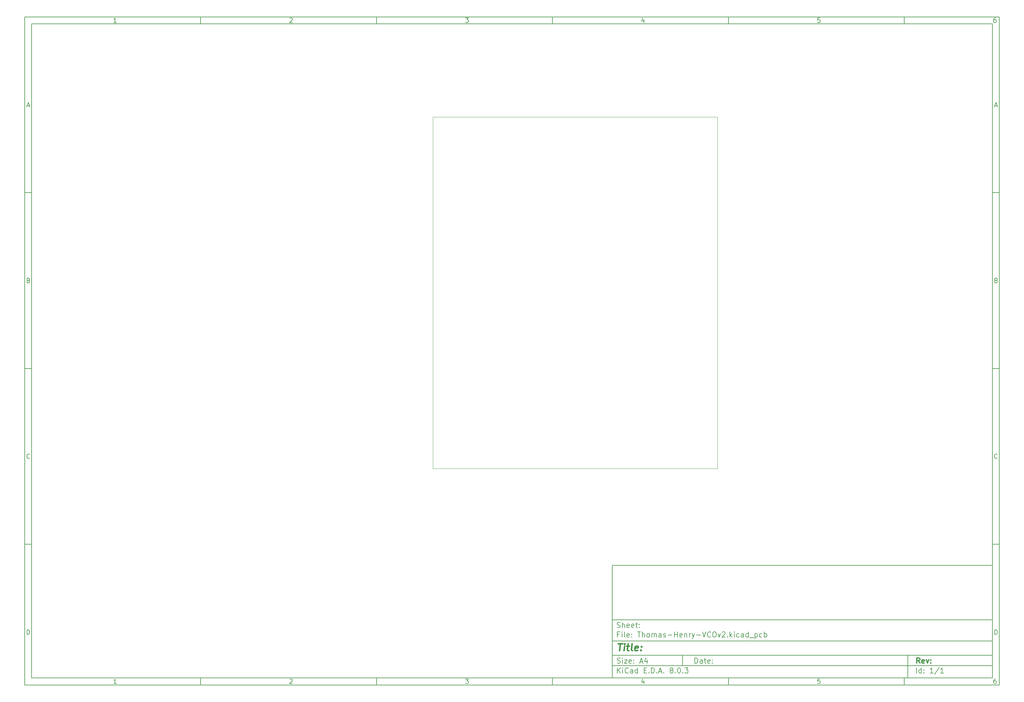
<source format=gbr>
%TF.GenerationSoftware,KiCad,Pcbnew,8.0.3*%
%TF.CreationDate,2024-12-05T20:13:47+00:00*%
%TF.ProjectId,Thomas-Henry-VCOv2,54686f6d-6173-42d4-9865-6e72792d5643,rev?*%
%TF.SameCoordinates,Original*%
%TF.FileFunction,Profile,NP*%
%FSLAX46Y46*%
G04 Gerber Fmt 4.6, Leading zero omitted, Abs format (unit mm)*
G04 Created by KiCad (PCBNEW 8.0.3) date 2024-12-05 20:13:47*
%MOMM*%
%LPD*%
G01*
G04 APERTURE LIST*
%ADD10C,0.100000*%
%ADD11C,0.150000*%
%ADD12C,0.300000*%
%ADD13C,0.400000*%
%TA.AperFunction,Profile*%
%ADD14C,0.100000*%
%TD*%
G04 APERTURE END LIST*
D10*
D11*
X177002200Y-166007200D02*
X285002200Y-166007200D01*
X285002200Y-198007200D01*
X177002200Y-198007200D01*
X177002200Y-166007200D01*
D10*
D11*
X10000000Y-10000000D02*
X287002200Y-10000000D01*
X287002200Y-200007200D01*
X10000000Y-200007200D01*
X10000000Y-10000000D01*
D10*
D11*
X12000000Y-12000000D02*
X285002200Y-12000000D01*
X285002200Y-198007200D01*
X12000000Y-198007200D01*
X12000000Y-12000000D01*
D10*
D11*
X60000000Y-12000000D02*
X60000000Y-10000000D01*
D10*
D11*
X110000000Y-12000000D02*
X110000000Y-10000000D01*
D10*
D11*
X160000000Y-12000000D02*
X160000000Y-10000000D01*
D10*
D11*
X210000000Y-12000000D02*
X210000000Y-10000000D01*
D10*
D11*
X260000000Y-12000000D02*
X260000000Y-10000000D01*
D10*
D11*
X36089160Y-11593604D02*
X35346303Y-11593604D01*
X35717731Y-11593604D02*
X35717731Y-10293604D01*
X35717731Y-10293604D02*
X35593922Y-10479319D01*
X35593922Y-10479319D02*
X35470112Y-10603128D01*
X35470112Y-10603128D02*
X35346303Y-10665033D01*
D10*
D11*
X85346303Y-10417414D02*
X85408207Y-10355509D01*
X85408207Y-10355509D02*
X85532017Y-10293604D01*
X85532017Y-10293604D02*
X85841541Y-10293604D01*
X85841541Y-10293604D02*
X85965350Y-10355509D01*
X85965350Y-10355509D02*
X86027255Y-10417414D01*
X86027255Y-10417414D02*
X86089160Y-10541223D01*
X86089160Y-10541223D02*
X86089160Y-10665033D01*
X86089160Y-10665033D02*
X86027255Y-10850747D01*
X86027255Y-10850747D02*
X85284398Y-11593604D01*
X85284398Y-11593604D02*
X86089160Y-11593604D01*
D10*
D11*
X135284398Y-10293604D02*
X136089160Y-10293604D01*
X136089160Y-10293604D02*
X135655826Y-10788842D01*
X135655826Y-10788842D02*
X135841541Y-10788842D01*
X135841541Y-10788842D02*
X135965350Y-10850747D01*
X135965350Y-10850747D02*
X136027255Y-10912652D01*
X136027255Y-10912652D02*
X136089160Y-11036461D01*
X136089160Y-11036461D02*
X136089160Y-11345985D01*
X136089160Y-11345985D02*
X136027255Y-11469795D01*
X136027255Y-11469795D02*
X135965350Y-11531700D01*
X135965350Y-11531700D02*
X135841541Y-11593604D01*
X135841541Y-11593604D02*
X135470112Y-11593604D01*
X135470112Y-11593604D02*
X135346303Y-11531700D01*
X135346303Y-11531700D02*
X135284398Y-11469795D01*
D10*
D11*
X185965350Y-10726938D02*
X185965350Y-11593604D01*
X185655826Y-10231700D02*
X185346303Y-11160271D01*
X185346303Y-11160271D02*
X186151064Y-11160271D01*
D10*
D11*
X236027255Y-10293604D02*
X235408207Y-10293604D01*
X235408207Y-10293604D02*
X235346303Y-10912652D01*
X235346303Y-10912652D02*
X235408207Y-10850747D01*
X235408207Y-10850747D02*
X235532017Y-10788842D01*
X235532017Y-10788842D02*
X235841541Y-10788842D01*
X235841541Y-10788842D02*
X235965350Y-10850747D01*
X235965350Y-10850747D02*
X236027255Y-10912652D01*
X236027255Y-10912652D02*
X236089160Y-11036461D01*
X236089160Y-11036461D02*
X236089160Y-11345985D01*
X236089160Y-11345985D02*
X236027255Y-11469795D01*
X236027255Y-11469795D02*
X235965350Y-11531700D01*
X235965350Y-11531700D02*
X235841541Y-11593604D01*
X235841541Y-11593604D02*
X235532017Y-11593604D01*
X235532017Y-11593604D02*
X235408207Y-11531700D01*
X235408207Y-11531700D02*
X235346303Y-11469795D01*
D10*
D11*
X285965350Y-10293604D02*
X285717731Y-10293604D01*
X285717731Y-10293604D02*
X285593922Y-10355509D01*
X285593922Y-10355509D02*
X285532017Y-10417414D01*
X285532017Y-10417414D02*
X285408207Y-10603128D01*
X285408207Y-10603128D02*
X285346303Y-10850747D01*
X285346303Y-10850747D02*
X285346303Y-11345985D01*
X285346303Y-11345985D02*
X285408207Y-11469795D01*
X285408207Y-11469795D02*
X285470112Y-11531700D01*
X285470112Y-11531700D02*
X285593922Y-11593604D01*
X285593922Y-11593604D02*
X285841541Y-11593604D01*
X285841541Y-11593604D02*
X285965350Y-11531700D01*
X285965350Y-11531700D02*
X286027255Y-11469795D01*
X286027255Y-11469795D02*
X286089160Y-11345985D01*
X286089160Y-11345985D02*
X286089160Y-11036461D01*
X286089160Y-11036461D02*
X286027255Y-10912652D01*
X286027255Y-10912652D02*
X285965350Y-10850747D01*
X285965350Y-10850747D02*
X285841541Y-10788842D01*
X285841541Y-10788842D02*
X285593922Y-10788842D01*
X285593922Y-10788842D02*
X285470112Y-10850747D01*
X285470112Y-10850747D02*
X285408207Y-10912652D01*
X285408207Y-10912652D02*
X285346303Y-11036461D01*
D10*
D11*
X60000000Y-198007200D02*
X60000000Y-200007200D01*
D10*
D11*
X110000000Y-198007200D02*
X110000000Y-200007200D01*
D10*
D11*
X160000000Y-198007200D02*
X160000000Y-200007200D01*
D10*
D11*
X210000000Y-198007200D02*
X210000000Y-200007200D01*
D10*
D11*
X260000000Y-198007200D02*
X260000000Y-200007200D01*
D10*
D11*
X36089160Y-199600804D02*
X35346303Y-199600804D01*
X35717731Y-199600804D02*
X35717731Y-198300804D01*
X35717731Y-198300804D02*
X35593922Y-198486519D01*
X35593922Y-198486519D02*
X35470112Y-198610328D01*
X35470112Y-198610328D02*
X35346303Y-198672233D01*
D10*
D11*
X85346303Y-198424614D02*
X85408207Y-198362709D01*
X85408207Y-198362709D02*
X85532017Y-198300804D01*
X85532017Y-198300804D02*
X85841541Y-198300804D01*
X85841541Y-198300804D02*
X85965350Y-198362709D01*
X85965350Y-198362709D02*
X86027255Y-198424614D01*
X86027255Y-198424614D02*
X86089160Y-198548423D01*
X86089160Y-198548423D02*
X86089160Y-198672233D01*
X86089160Y-198672233D02*
X86027255Y-198857947D01*
X86027255Y-198857947D02*
X85284398Y-199600804D01*
X85284398Y-199600804D02*
X86089160Y-199600804D01*
D10*
D11*
X135284398Y-198300804D02*
X136089160Y-198300804D01*
X136089160Y-198300804D02*
X135655826Y-198796042D01*
X135655826Y-198796042D02*
X135841541Y-198796042D01*
X135841541Y-198796042D02*
X135965350Y-198857947D01*
X135965350Y-198857947D02*
X136027255Y-198919852D01*
X136027255Y-198919852D02*
X136089160Y-199043661D01*
X136089160Y-199043661D02*
X136089160Y-199353185D01*
X136089160Y-199353185D02*
X136027255Y-199476995D01*
X136027255Y-199476995D02*
X135965350Y-199538900D01*
X135965350Y-199538900D02*
X135841541Y-199600804D01*
X135841541Y-199600804D02*
X135470112Y-199600804D01*
X135470112Y-199600804D02*
X135346303Y-199538900D01*
X135346303Y-199538900D02*
X135284398Y-199476995D01*
D10*
D11*
X185965350Y-198734138D02*
X185965350Y-199600804D01*
X185655826Y-198238900D02*
X185346303Y-199167471D01*
X185346303Y-199167471D02*
X186151064Y-199167471D01*
D10*
D11*
X236027255Y-198300804D02*
X235408207Y-198300804D01*
X235408207Y-198300804D02*
X235346303Y-198919852D01*
X235346303Y-198919852D02*
X235408207Y-198857947D01*
X235408207Y-198857947D02*
X235532017Y-198796042D01*
X235532017Y-198796042D02*
X235841541Y-198796042D01*
X235841541Y-198796042D02*
X235965350Y-198857947D01*
X235965350Y-198857947D02*
X236027255Y-198919852D01*
X236027255Y-198919852D02*
X236089160Y-199043661D01*
X236089160Y-199043661D02*
X236089160Y-199353185D01*
X236089160Y-199353185D02*
X236027255Y-199476995D01*
X236027255Y-199476995D02*
X235965350Y-199538900D01*
X235965350Y-199538900D02*
X235841541Y-199600804D01*
X235841541Y-199600804D02*
X235532017Y-199600804D01*
X235532017Y-199600804D02*
X235408207Y-199538900D01*
X235408207Y-199538900D02*
X235346303Y-199476995D01*
D10*
D11*
X285965350Y-198300804D02*
X285717731Y-198300804D01*
X285717731Y-198300804D02*
X285593922Y-198362709D01*
X285593922Y-198362709D02*
X285532017Y-198424614D01*
X285532017Y-198424614D02*
X285408207Y-198610328D01*
X285408207Y-198610328D02*
X285346303Y-198857947D01*
X285346303Y-198857947D02*
X285346303Y-199353185D01*
X285346303Y-199353185D02*
X285408207Y-199476995D01*
X285408207Y-199476995D02*
X285470112Y-199538900D01*
X285470112Y-199538900D02*
X285593922Y-199600804D01*
X285593922Y-199600804D02*
X285841541Y-199600804D01*
X285841541Y-199600804D02*
X285965350Y-199538900D01*
X285965350Y-199538900D02*
X286027255Y-199476995D01*
X286027255Y-199476995D02*
X286089160Y-199353185D01*
X286089160Y-199353185D02*
X286089160Y-199043661D01*
X286089160Y-199043661D02*
X286027255Y-198919852D01*
X286027255Y-198919852D02*
X285965350Y-198857947D01*
X285965350Y-198857947D02*
X285841541Y-198796042D01*
X285841541Y-198796042D02*
X285593922Y-198796042D01*
X285593922Y-198796042D02*
X285470112Y-198857947D01*
X285470112Y-198857947D02*
X285408207Y-198919852D01*
X285408207Y-198919852D02*
X285346303Y-199043661D01*
D10*
D11*
X10000000Y-60000000D02*
X12000000Y-60000000D01*
D10*
D11*
X10000000Y-110000000D02*
X12000000Y-110000000D01*
D10*
D11*
X10000000Y-160000000D02*
X12000000Y-160000000D01*
D10*
D11*
X10690476Y-35222176D02*
X11309523Y-35222176D01*
X10566666Y-35593604D02*
X10999999Y-34293604D01*
X10999999Y-34293604D02*
X11433333Y-35593604D01*
D10*
D11*
X11092857Y-84912652D02*
X11278571Y-84974557D01*
X11278571Y-84974557D02*
X11340476Y-85036461D01*
X11340476Y-85036461D02*
X11402380Y-85160271D01*
X11402380Y-85160271D02*
X11402380Y-85345985D01*
X11402380Y-85345985D02*
X11340476Y-85469795D01*
X11340476Y-85469795D02*
X11278571Y-85531700D01*
X11278571Y-85531700D02*
X11154761Y-85593604D01*
X11154761Y-85593604D02*
X10659523Y-85593604D01*
X10659523Y-85593604D02*
X10659523Y-84293604D01*
X10659523Y-84293604D02*
X11092857Y-84293604D01*
X11092857Y-84293604D02*
X11216666Y-84355509D01*
X11216666Y-84355509D02*
X11278571Y-84417414D01*
X11278571Y-84417414D02*
X11340476Y-84541223D01*
X11340476Y-84541223D02*
X11340476Y-84665033D01*
X11340476Y-84665033D02*
X11278571Y-84788842D01*
X11278571Y-84788842D02*
X11216666Y-84850747D01*
X11216666Y-84850747D02*
X11092857Y-84912652D01*
X11092857Y-84912652D02*
X10659523Y-84912652D01*
D10*
D11*
X11402380Y-135469795D02*
X11340476Y-135531700D01*
X11340476Y-135531700D02*
X11154761Y-135593604D01*
X11154761Y-135593604D02*
X11030952Y-135593604D01*
X11030952Y-135593604D02*
X10845238Y-135531700D01*
X10845238Y-135531700D02*
X10721428Y-135407890D01*
X10721428Y-135407890D02*
X10659523Y-135284080D01*
X10659523Y-135284080D02*
X10597619Y-135036461D01*
X10597619Y-135036461D02*
X10597619Y-134850747D01*
X10597619Y-134850747D02*
X10659523Y-134603128D01*
X10659523Y-134603128D02*
X10721428Y-134479319D01*
X10721428Y-134479319D02*
X10845238Y-134355509D01*
X10845238Y-134355509D02*
X11030952Y-134293604D01*
X11030952Y-134293604D02*
X11154761Y-134293604D01*
X11154761Y-134293604D02*
X11340476Y-134355509D01*
X11340476Y-134355509D02*
X11402380Y-134417414D01*
D10*
D11*
X10659523Y-185593604D02*
X10659523Y-184293604D01*
X10659523Y-184293604D02*
X10969047Y-184293604D01*
X10969047Y-184293604D02*
X11154761Y-184355509D01*
X11154761Y-184355509D02*
X11278571Y-184479319D01*
X11278571Y-184479319D02*
X11340476Y-184603128D01*
X11340476Y-184603128D02*
X11402380Y-184850747D01*
X11402380Y-184850747D02*
X11402380Y-185036461D01*
X11402380Y-185036461D02*
X11340476Y-185284080D01*
X11340476Y-185284080D02*
X11278571Y-185407890D01*
X11278571Y-185407890D02*
X11154761Y-185531700D01*
X11154761Y-185531700D02*
X10969047Y-185593604D01*
X10969047Y-185593604D02*
X10659523Y-185593604D01*
D10*
D11*
X287002200Y-60000000D02*
X285002200Y-60000000D01*
D10*
D11*
X287002200Y-110000000D02*
X285002200Y-110000000D01*
D10*
D11*
X287002200Y-160000000D02*
X285002200Y-160000000D01*
D10*
D11*
X285692676Y-35222176D02*
X286311723Y-35222176D01*
X285568866Y-35593604D02*
X286002199Y-34293604D01*
X286002199Y-34293604D02*
X286435533Y-35593604D01*
D10*
D11*
X286095057Y-84912652D02*
X286280771Y-84974557D01*
X286280771Y-84974557D02*
X286342676Y-85036461D01*
X286342676Y-85036461D02*
X286404580Y-85160271D01*
X286404580Y-85160271D02*
X286404580Y-85345985D01*
X286404580Y-85345985D02*
X286342676Y-85469795D01*
X286342676Y-85469795D02*
X286280771Y-85531700D01*
X286280771Y-85531700D02*
X286156961Y-85593604D01*
X286156961Y-85593604D02*
X285661723Y-85593604D01*
X285661723Y-85593604D02*
X285661723Y-84293604D01*
X285661723Y-84293604D02*
X286095057Y-84293604D01*
X286095057Y-84293604D02*
X286218866Y-84355509D01*
X286218866Y-84355509D02*
X286280771Y-84417414D01*
X286280771Y-84417414D02*
X286342676Y-84541223D01*
X286342676Y-84541223D02*
X286342676Y-84665033D01*
X286342676Y-84665033D02*
X286280771Y-84788842D01*
X286280771Y-84788842D02*
X286218866Y-84850747D01*
X286218866Y-84850747D02*
X286095057Y-84912652D01*
X286095057Y-84912652D02*
X285661723Y-84912652D01*
D10*
D11*
X286404580Y-135469795D02*
X286342676Y-135531700D01*
X286342676Y-135531700D02*
X286156961Y-135593604D01*
X286156961Y-135593604D02*
X286033152Y-135593604D01*
X286033152Y-135593604D02*
X285847438Y-135531700D01*
X285847438Y-135531700D02*
X285723628Y-135407890D01*
X285723628Y-135407890D02*
X285661723Y-135284080D01*
X285661723Y-135284080D02*
X285599819Y-135036461D01*
X285599819Y-135036461D02*
X285599819Y-134850747D01*
X285599819Y-134850747D02*
X285661723Y-134603128D01*
X285661723Y-134603128D02*
X285723628Y-134479319D01*
X285723628Y-134479319D02*
X285847438Y-134355509D01*
X285847438Y-134355509D02*
X286033152Y-134293604D01*
X286033152Y-134293604D02*
X286156961Y-134293604D01*
X286156961Y-134293604D02*
X286342676Y-134355509D01*
X286342676Y-134355509D02*
X286404580Y-134417414D01*
D10*
D11*
X285661723Y-185593604D02*
X285661723Y-184293604D01*
X285661723Y-184293604D02*
X285971247Y-184293604D01*
X285971247Y-184293604D02*
X286156961Y-184355509D01*
X286156961Y-184355509D02*
X286280771Y-184479319D01*
X286280771Y-184479319D02*
X286342676Y-184603128D01*
X286342676Y-184603128D02*
X286404580Y-184850747D01*
X286404580Y-184850747D02*
X286404580Y-185036461D01*
X286404580Y-185036461D02*
X286342676Y-185284080D01*
X286342676Y-185284080D02*
X286280771Y-185407890D01*
X286280771Y-185407890D02*
X286156961Y-185531700D01*
X286156961Y-185531700D02*
X285971247Y-185593604D01*
X285971247Y-185593604D02*
X285661723Y-185593604D01*
D10*
D11*
X200458026Y-193793328D02*
X200458026Y-192293328D01*
X200458026Y-192293328D02*
X200815169Y-192293328D01*
X200815169Y-192293328D02*
X201029455Y-192364757D01*
X201029455Y-192364757D02*
X201172312Y-192507614D01*
X201172312Y-192507614D02*
X201243741Y-192650471D01*
X201243741Y-192650471D02*
X201315169Y-192936185D01*
X201315169Y-192936185D02*
X201315169Y-193150471D01*
X201315169Y-193150471D02*
X201243741Y-193436185D01*
X201243741Y-193436185D02*
X201172312Y-193579042D01*
X201172312Y-193579042D02*
X201029455Y-193721900D01*
X201029455Y-193721900D02*
X200815169Y-193793328D01*
X200815169Y-193793328D02*
X200458026Y-193793328D01*
X202600884Y-193793328D02*
X202600884Y-193007614D01*
X202600884Y-193007614D02*
X202529455Y-192864757D01*
X202529455Y-192864757D02*
X202386598Y-192793328D01*
X202386598Y-192793328D02*
X202100884Y-192793328D01*
X202100884Y-192793328D02*
X201958026Y-192864757D01*
X202600884Y-193721900D02*
X202458026Y-193793328D01*
X202458026Y-193793328D02*
X202100884Y-193793328D01*
X202100884Y-193793328D02*
X201958026Y-193721900D01*
X201958026Y-193721900D02*
X201886598Y-193579042D01*
X201886598Y-193579042D02*
X201886598Y-193436185D01*
X201886598Y-193436185D02*
X201958026Y-193293328D01*
X201958026Y-193293328D02*
X202100884Y-193221900D01*
X202100884Y-193221900D02*
X202458026Y-193221900D01*
X202458026Y-193221900D02*
X202600884Y-193150471D01*
X203100884Y-192793328D02*
X203672312Y-192793328D01*
X203315169Y-192293328D02*
X203315169Y-193579042D01*
X203315169Y-193579042D02*
X203386598Y-193721900D01*
X203386598Y-193721900D02*
X203529455Y-193793328D01*
X203529455Y-193793328D02*
X203672312Y-193793328D01*
X204743741Y-193721900D02*
X204600884Y-193793328D01*
X204600884Y-193793328D02*
X204315170Y-193793328D01*
X204315170Y-193793328D02*
X204172312Y-193721900D01*
X204172312Y-193721900D02*
X204100884Y-193579042D01*
X204100884Y-193579042D02*
X204100884Y-193007614D01*
X204100884Y-193007614D02*
X204172312Y-192864757D01*
X204172312Y-192864757D02*
X204315170Y-192793328D01*
X204315170Y-192793328D02*
X204600884Y-192793328D01*
X204600884Y-192793328D02*
X204743741Y-192864757D01*
X204743741Y-192864757D02*
X204815170Y-193007614D01*
X204815170Y-193007614D02*
X204815170Y-193150471D01*
X204815170Y-193150471D02*
X204100884Y-193293328D01*
X205458026Y-193650471D02*
X205529455Y-193721900D01*
X205529455Y-193721900D02*
X205458026Y-193793328D01*
X205458026Y-193793328D02*
X205386598Y-193721900D01*
X205386598Y-193721900D02*
X205458026Y-193650471D01*
X205458026Y-193650471D02*
X205458026Y-193793328D01*
X205458026Y-192864757D02*
X205529455Y-192936185D01*
X205529455Y-192936185D02*
X205458026Y-193007614D01*
X205458026Y-193007614D02*
X205386598Y-192936185D01*
X205386598Y-192936185D02*
X205458026Y-192864757D01*
X205458026Y-192864757D02*
X205458026Y-193007614D01*
D10*
D11*
X177002200Y-194507200D02*
X285002200Y-194507200D01*
D10*
D11*
X178458026Y-196593328D02*
X178458026Y-195093328D01*
X179315169Y-196593328D02*
X178672312Y-195736185D01*
X179315169Y-195093328D02*
X178458026Y-195950471D01*
X179958026Y-196593328D02*
X179958026Y-195593328D01*
X179958026Y-195093328D02*
X179886598Y-195164757D01*
X179886598Y-195164757D02*
X179958026Y-195236185D01*
X179958026Y-195236185D02*
X180029455Y-195164757D01*
X180029455Y-195164757D02*
X179958026Y-195093328D01*
X179958026Y-195093328D02*
X179958026Y-195236185D01*
X181529455Y-196450471D02*
X181458027Y-196521900D01*
X181458027Y-196521900D02*
X181243741Y-196593328D01*
X181243741Y-196593328D02*
X181100884Y-196593328D01*
X181100884Y-196593328D02*
X180886598Y-196521900D01*
X180886598Y-196521900D02*
X180743741Y-196379042D01*
X180743741Y-196379042D02*
X180672312Y-196236185D01*
X180672312Y-196236185D02*
X180600884Y-195950471D01*
X180600884Y-195950471D02*
X180600884Y-195736185D01*
X180600884Y-195736185D02*
X180672312Y-195450471D01*
X180672312Y-195450471D02*
X180743741Y-195307614D01*
X180743741Y-195307614D02*
X180886598Y-195164757D01*
X180886598Y-195164757D02*
X181100884Y-195093328D01*
X181100884Y-195093328D02*
X181243741Y-195093328D01*
X181243741Y-195093328D02*
X181458027Y-195164757D01*
X181458027Y-195164757D02*
X181529455Y-195236185D01*
X182815170Y-196593328D02*
X182815170Y-195807614D01*
X182815170Y-195807614D02*
X182743741Y-195664757D01*
X182743741Y-195664757D02*
X182600884Y-195593328D01*
X182600884Y-195593328D02*
X182315170Y-195593328D01*
X182315170Y-195593328D02*
X182172312Y-195664757D01*
X182815170Y-196521900D02*
X182672312Y-196593328D01*
X182672312Y-196593328D02*
X182315170Y-196593328D01*
X182315170Y-196593328D02*
X182172312Y-196521900D01*
X182172312Y-196521900D02*
X182100884Y-196379042D01*
X182100884Y-196379042D02*
X182100884Y-196236185D01*
X182100884Y-196236185D02*
X182172312Y-196093328D01*
X182172312Y-196093328D02*
X182315170Y-196021900D01*
X182315170Y-196021900D02*
X182672312Y-196021900D01*
X182672312Y-196021900D02*
X182815170Y-195950471D01*
X184172313Y-196593328D02*
X184172313Y-195093328D01*
X184172313Y-196521900D02*
X184029455Y-196593328D01*
X184029455Y-196593328D02*
X183743741Y-196593328D01*
X183743741Y-196593328D02*
X183600884Y-196521900D01*
X183600884Y-196521900D02*
X183529455Y-196450471D01*
X183529455Y-196450471D02*
X183458027Y-196307614D01*
X183458027Y-196307614D02*
X183458027Y-195879042D01*
X183458027Y-195879042D02*
X183529455Y-195736185D01*
X183529455Y-195736185D02*
X183600884Y-195664757D01*
X183600884Y-195664757D02*
X183743741Y-195593328D01*
X183743741Y-195593328D02*
X184029455Y-195593328D01*
X184029455Y-195593328D02*
X184172313Y-195664757D01*
X186029455Y-195807614D02*
X186529455Y-195807614D01*
X186743741Y-196593328D02*
X186029455Y-196593328D01*
X186029455Y-196593328D02*
X186029455Y-195093328D01*
X186029455Y-195093328D02*
X186743741Y-195093328D01*
X187386598Y-196450471D02*
X187458027Y-196521900D01*
X187458027Y-196521900D02*
X187386598Y-196593328D01*
X187386598Y-196593328D02*
X187315170Y-196521900D01*
X187315170Y-196521900D02*
X187386598Y-196450471D01*
X187386598Y-196450471D02*
X187386598Y-196593328D01*
X188100884Y-196593328D02*
X188100884Y-195093328D01*
X188100884Y-195093328D02*
X188458027Y-195093328D01*
X188458027Y-195093328D02*
X188672313Y-195164757D01*
X188672313Y-195164757D02*
X188815170Y-195307614D01*
X188815170Y-195307614D02*
X188886599Y-195450471D01*
X188886599Y-195450471D02*
X188958027Y-195736185D01*
X188958027Y-195736185D02*
X188958027Y-195950471D01*
X188958027Y-195950471D02*
X188886599Y-196236185D01*
X188886599Y-196236185D02*
X188815170Y-196379042D01*
X188815170Y-196379042D02*
X188672313Y-196521900D01*
X188672313Y-196521900D02*
X188458027Y-196593328D01*
X188458027Y-196593328D02*
X188100884Y-196593328D01*
X189600884Y-196450471D02*
X189672313Y-196521900D01*
X189672313Y-196521900D02*
X189600884Y-196593328D01*
X189600884Y-196593328D02*
X189529456Y-196521900D01*
X189529456Y-196521900D02*
X189600884Y-196450471D01*
X189600884Y-196450471D02*
X189600884Y-196593328D01*
X190243742Y-196164757D02*
X190958028Y-196164757D01*
X190100885Y-196593328D02*
X190600885Y-195093328D01*
X190600885Y-195093328D02*
X191100885Y-196593328D01*
X191600884Y-196450471D02*
X191672313Y-196521900D01*
X191672313Y-196521900D02*
X191600884Y-196593328D01*
X191600884Y-196593328D02*
X191529456Y-196521900D01*
X191529456Y-196521900D02*
X191600884Y-196450471D01*
X191600884Y-196450471D02*
X191600884Y-196593328D01*
X193672313Y-195736185D02*
X193529456Y-195664757D01*
X193529456Y-195664757D02*
X193458027Y-195593328D01*
X193458027Y-195593328D02*
X193386599Y-195450471D01*
X193386599Y-195450471D02*
X193386599Y-195379042D01*
X193386599Y-195379042D02*
X193458027Y-195236185D01*
X193458027Y-195236185D02*
X193529456Y-195164757D01*
X193529456Y-195164757D02*
X193672313Y-195093328D01*
X193672313Y-195093328D02*
X193958027Y-195093328D01*
X193958027Y-195093328D02*
X194100885Y-195164757D01*
X194100885Y-195164757D02*
X194172313Y-195236185D01*
X194172313Y-195236185D02*
X194243742Y-195379042D01*
X194243742Y-195379042D02*
X194243742Y-195450471D01*
X194243742Y-195450471D02*
X194172313Y-195593328D01*
X194172313Y-195593328D02*
X194100885Y-195664757D01*
X194100885Y-195664757D02*
X193958027Y-195736185D01*
X193958027Y-195736185D02*
X193672313Y-195736185D01*
X193672313Y-195736185D02*
X193529456Y-195807614D01*
X193529456Y-195807614D02*
X193458027Y-195879042D01*
X193458027Y-195879042D02*
X193386599Y-196021900D01*
X193386599Y-196021900D02*
X193386599Y-196307614D01*
X193386599Y-196307614D02*
X193458027Y-196450471D01*
X193458027Y-196450471D02*
X193529456Y-196521900D01*
X193529456Y-196521900D02*
X193672313Y-196593328D01*
X193672313Y-196593328D02*
X193958027Y-196593328D01*
X193958027Y-196593328D02*
X194100885Y-196521900D01*
X194100885Y-196521900D02*
X194172313Y-196450471D01*
X194172313Y-196450471D02*
X194243742Y-196307614D01*
X194243742Y-196307614D02*
X194243742Y-196021900D01*
X194243742Y-196021900D02*
X194172313Y-195879042D01*
X194172313Y-195879042D02*
X194100885Y-195807614D01*
X194100885Y-195807614D02*
X193958027Y-195736185D01*
X194886598Y-196450471D02*
X194958027Y-196521900D01*
X194958027Y-196521900D02*
X194886598Y-196593328D01*
X194886598Y-196593328D02*
X194815170Y-196521900D01*
X194815170Y-196521900D02*
X194886598Y-196450471D01*
X194886598Y-196450471D02*
X194886598Y-196593328D01*
X195886599Y-195093328D02*
X196029456Y-195093328D01*
X196029456Y-195093328D02*
X196172313Y-195164757D01*
X196172313Y-195164757D02*
X196243742Y-195236185D01*
X196243742Y-195236185D02*
X196315170Y-195379042D01*
X196315170Y-195379042D02*
X196386599Y-195664757D01*
X196386599Y-195664757D02*
X196386599Y-196021900D01*
X196386599Y-196021900D02*
X196315170Y-196307614D01*
X196315170Y-196307614D02*
X196243742Y-196450471D01*
X196243742Y-196450471D02*
X196172313Y-196521900D01*
X196172313Y-196521900D02*
X196029456Y-196593328D01*
X196029456Y-196593328D02*
X195886599Y-196593328D01*
X195886599Y-196593328D02*
X195743742Y-196521900D01*
X195743742Y-196521900D02*
X195672313Y-196450471D01*
X195672313Y-196450471D02*
X195600884Y-196307614D01*
X195600884Y-196307614D02*
X195529456Y-196021900D01*
X195529456Y-196021900D02*
X195529456Y-195664757D01*
X195529456Y-195664757D02*
X195600884Y-195379042D01*
X195600884Y-195379042D02*
X195672313Y-195236185D01*
X195672313Y-195236185D02*
X195743742Y-195164757D01*
X195743742Y-195164757D02*
X195886599Y-195093328D01*
X197029455Y-196450471D02*
X197100884Y-196521900D01*
X197100884Y-196521900D02*
X197029455Y-196593328D01*
X197029455Y-196593328D02*
X196958027Y-196521900D01*
X196958027Y-196521900D02*
X197029455Y-196450471D01*
X197029455Y-196450471D02*
X197029455Y-196593328D01*
X197600884Y-195093328D02*
X198529456Y-195093328D01*
X198529456Y-195093328D02*
X198029456Y-195664757D01*
X198029456Y-195664757D02*
X198243741Y-195664757D01*
X198243741Y-195664757D02*
X198386599Y-195736185D01*
X198386599Y-195736185D02*
X198458027Y-195807614D01*
X198458027Y-195807614D02*
X198529456Y-195950471D01*
X198529456Y-195950471D02*
X198529456Y-196307614D01*
X198529456Y-196307614D02*
X198458027Y-196450471D01*
X198458027Y-196450471D02*
X198386599Y-196521900D01*
X198386599Y-196521900D02*
X198243741Y-196593328D01*
X198243741Y-196593328D02*
X197815170Y-196593328D01*
X197815170Y-196593328D02*
X197672313Y-196521900D01*
X197672313Y-196521900D02*
X197600884Y-196450471D01*
D10*
D11*
X177002200Y-191507200D02*
X285002200Y-191507200D01*
D10*
D12*
X264413853Y-193785528D02*
X263913853Y-193071242D01*
X263556710Y-193785528D02*
X263556710Y-192285528D01*
X263556710Y-192285528D02*
X264128139Y-192285528D01*
X264128139Y-192285528D02*
X264270996Y-192356957D01*
X264270996Y-192356957D02*
X264342425Y-192428385D01*
X264342425Y-192428385D02*
X264413853Y-192571242D01*
X264413853Y-192571242D02*
X264413853Y-192785528D01*
X264413853Y-192785528D02*
X264342425Y-192928385D01*
X264342425Y-192928385D02*
X264270996Y-192999814D01*
X264270996Y-192999814D02*
X264128139Y-193071242D01*
X264128139Y-193071242D02*
X263556710Y-193071242D01*
X265628139Y-193714100D02*
X265485282Y-193785528D01*
X265485282Y-193785528D02*
X265199568Y-193785528D01*
X265199568Y-193785528D02*
X265056710Y-193714100D01*
X265056710Y-193714100D02*
X264985282Y-193571242D01*
X264985282Y-193571242D02*
X264985282Y-192999814D01*
X264985282Y-192999814D02*
X265056710Y-192856957D01*
X265056710Y-192856957D02*
X265199568Y-192785528D01*
X265199568Y-192785528D02*
X265485282Y-192785528D01*
X265485282Y-192785528D02*
X265628139Y-192856957D01*
X265628139Y-192856957D02*
X265699568Y-192999814D01*
X265699568Y-192999814D02*
X265699568Y-193142671D01*
X265699568Y-193142671D02*
X264985282Y-193285528D01*
X266199567Y-192785528D02*
X266556710Y-193785528D01*
X266556710Y-193785528D02*
X266913853Y-192785528D01*
X267485281Y-193642671D02*
X267556710Y-193714100D01*
X267556710Y-193714100D02*
X267485281Y-193785528D01*
X267485281Y-193785528D02*
X267413853Y-193714100D01*
X267413853Y-193714100D02*
X267485281Y-193642671D01*
X267485281Y-193642671D02*
X267485281Y-193785528D01*
X267485281Y-192856957D02*
X267556710Y-192928385D01*
X267556710Y-192928385D02*
X267485281Y-192999814D01*
X267485281Y-192999814D02*
X267413853Y-192928385D01*
X267413853Y-192928385D02*
X267485281Y-192856957D01*
X267485281Y-192856957D02*
X267485281Y-192999814D01*
D10*
D11*
X178386598Y-193721900D02*
X178600884Y-193793328D01*
X178600884Y-193793328D02*
X178958026Y-193793328D01*
X178958026Y-193793328D02*
X179100884Y-193721900D01*
X179100884Y-193721900D02*
X179172312Y-193650471D01*
X179172312Y-193650471D02*
X179243741Y-193507614D01*
X179243741Y-193507614D02*
X179243741Y-193364757D01*
X179243741Y-193364757D02*
X179172312Y-193221900D01*
X179172312Y-193221900D02*
X179100884Y-193150471D01*
X179100884Y-193150471D02*
X178958026Y-193079042D01*
X178958026Y-193079042D02*
X178672312Y-193007614D01*
X178672312Y-193007614D02*
X178529455Y-192936185D01*
X178529455Y-192936185D02*
X178458026Y-192864757D01*
X178458026Y-192864757D02*
X178386598Y-192721900D01*
X178386598Y-192721900D02*
X178386598Y-192579042D01*
X178386598Y-192579042D02*
X178458026Y-192436185D01*
X178458026Y-192436185D02*
X178529455Y-192364757D01*
X178529455Y-192364757D02*
X178672312Y-192293328D01*
X178672312Y-192293328D02*
X179029455Y-192293328D01*
X179029455Y-192293328D02*
X179243741Y-192364757D01*
X179886597Y-193793328D02*
X179886597Y-192793328D01*
X179886597Y-192293328D02*
X179815169Y-192364757D01*
X179815169Y-192364757D02*
X179886597Y-192436185D01*
X179886597Y-192436185D02*
X179958026Y-192364757D01*
X179958026Y-192364757D02*
X179886597Y-192293328D01*
X179886597Y-192293328D02*
X179886597Y-192436185D01*
X180458026Y-192793328D02*
X181243741Y-192793328D01*
X181243741Y-192793328D02*
X180458026Y-193793328D01*
X180458026Y-193793328D02*
X181243741Y-193793328D01*
X182386598Y-193721900D02*
X182243741Y-193793328D01*
X182243741Y-193793328D02*
X181958027Y-193793328D01*
X181958027Y-193793328D02*
X181815169Y-193721900D01*
X181815169Y-193721900D02*
X181743741Y-193579042D01*
X181743741Y-193579042D02*
X181743741Y-193007614D01*
X181743741Y-193007614D02*
X181815169Y-192864757D01*
X181815169Y-192864757D02*
X181958027Y-192793328D01*
X181958027Y-192793328D02*
X182243741Y-192793328D01*
X182243741Y-192793328D02*
X182386598Y-192864757D01*
X182386598Y-192864757D02*
X182458027Y-193007614D01*
X182458027Y-193007614D02*
X182458027Y-193150471D01*
X182458027Y-193150471D02*
X181743741Y-193293328D01*
X183100883Y-193650471D02*
X183172312Y-193721900D01*
X183172312Y-193721900D02*
X183100883Y-193793328D01*
X183100883Y-193793328D02*
X183029455Y-193721900D01*
X183029455Y-193721900D02*
X183100883Y-193650471D01*
X183100883Y-193650471D02*
X183100883Y-193793328D01*
X183100883Y-192864757D02*
X183172312Y-192936185D01*
X183172312Y-192936185D02*
X183100883Y-193007614D01*
X183100883Y-193007614D02*
X183029455Y-192936185D01*
X183029455Y-192936185D02*
X183100883Y-192864757D01*
X183100883Y-192864757D02*
X183100883Y-193007614D01*
X184886598Y-193364757D02*
X185600884Y-193364757D01*
X184743741Y-193793328D02*
X185243741Y-192293328D01*
X185243741Y-192293328D02*
X185743741Y-193793328D01*
X186886598Y-192793328D02*
X186886598Y-193793328D01*
X186529455Y-192221900D02*
X186172312Y-193293328D01*
X186172312Y-193293328D02*
X187100883Y-193293328D01*
D10*
D11*
X263458026Y-196593328D02*
X263458026Y-195093328D01*
X264815170Y-196593328D02*
X264815170Y-195093328D01*
X264815170Y-196521900D02*
X264672312Y-196593328D01*
X264672312Y-196593328D02*
X264386598Y-196593328D01*
X264386598Y-196593328D02*
X264243741Y-196521900D01*
X264243741Y-196521900D02*
X264172312Y-196450471D01*
X264172312Y-196450471D02*
X264100884Y-196307614D01*
X264100884Y-196307614D02*
X264100884Y-195879042D01*
X264100884Y-195879042D02*
X264172312Y-195736185D01*
X264172312Y-195736185D02*
X264243741Y-195664757D01*
X264243741Y-195664757D02*
X264386598Y-195593328D01*
X264386598Y-195593328D02*
X264672312Y-195593328D01*
X264672312Y-195593328D02*
X264815170Y-195664757D01*
X265529455Y-196450471D02*
X265600884Y-196521900D01*
X265600884Y-196521900D02*
X265529455Y-196593328D01*
X265529455Y-196593328D02*
X265458027Y-196521900D01*
X265458027Y-196521900D02*
X265529455Y-196450471D01*
X265529455Y-196450471D02*
X265529455Y-196593328D01*
X265529455Y-195664757D02*
X265600884Y-195736185D01*
X265600884Y-195736185D02*
X265529455Y-195807614D01*
X265529455Y-195807614D02*
X265458027Y-195736185D01*
X265458027Y-195736185D02*
X265529455Y-195664757D01*
X265529455Y-195664757D02*
X265529455Y-195807614D01*
X268172313Y-196593328D02*
X267315170Y-196593328D01*
X267743741Y-196593328D02*
X267743741Y-195093328D01*
X267743741Y-195093328D02*
X267600884Y-195307614D01*
X267600884Y-195307614D02*
X267458027Y-195450471D01*
X267458027Y-195450471D02*
X267315170Y-195521900D01*
X269886598Y-195021900D02*
X268600884Y-196950471D01*
X271172313Y-196593328D02*
X270315170Y-196593328D01*
X270743741Y-196593328D02*
X270743741Y-195093328D01*
X270743741Y-195093328D02*
X270600884Y-195307614D01*
X270600884Y-195307614D02*
X270458027Y-195450471D01*
X270458027Y-195450471D02*
X270315170Y-195521900D01*
D10*
D11*
X177002200Y-187507200D02*
X285002200Y-187507200D01*
D10*
D13*
X178693928Y-188211638D02*
X179836785Y-188211638D01*
X179015357Y-190211638D02*
X179265357Y-188211638D01*
X180253452Y-190211638D02*
X180420119Y-188878304D01*
X180503452Y-188211638D02*
X180396309Y-188306876D01*
X180396309Y-188306876D02*
X180479643Y-188402114D01*
X180479643Y-188402114D02*
X180586786Y-188306876D01*
X180586786Y-188306876D02*
X180503452Y-188211638D01*
X180503452Y-188211638D02*
X180479643Y-188402114D01*
X181086786Y-188878304D02*
X181848690Y-188878304D01*
X181455833Y-188211638D02*
X181241548Y-189925923D01*
X181241548Y-189925923D02*
X181312976Y-190116400D01*
X181312976Y-190116400D02*
X181491548Y-190211638D01*
X181491548Y-190211638D02*
X181682024Y-190211638D01*
X182634405Y-190211638D02*
X182455833Y-190116400D01*
X182455833Y-190116400D02*
X182384405Y-189925923D01*
X182384405Y-189925923D02*
X182598690Y-188211638D01*
X184170119Y-190116400D02*
X183967738Y-190211638D01*
X183967738Y-190211638D02*
X183586785Y-190211638D01*
X183586785Y-190211638D02*
X183408214Y-190116400D01*
X183408214Y-190116400D02*
X183336785Y-189925923D01*
X183336785Y-189925923D02*
X183432024Y-189164019D01*
X183432024Y-189164019D02*
X183551071Y-188973542D01*
X183551071Y-188973542D02*
X183753452Y-188878304D01*
X183753452Y-188878304D02*
X184134404Y-188878304D01*
X184134404Y-188878304D02*
X184312976Y-188973542D01*
X184312976Y-188973542D02*
X184384404Y-189164019D01*
X184384404Y-189164019D02*
X184360595Y-189354495D01*
X184360595Y-189354495D02*
X183384404Y-189544971D01*
X185134405Y-190021161D02*
X185217738Y-190116400D01*
X185217738Y-190116400D02*
X185110595Y-190211638D01*
X185110595Y-190211638D02*
X185027262Y-190116400D01*
X185027262Y-190116400D02*
X185134405Y-190021161D01*
X185134405Y-190021161D02*
X185110595Y-190211638D01*
X185265357Y-188973542D02*
X185348690Y-189068780D01*
X185348690Y-189068780D02*
X185241548Y-189164019D01*
X185241548Y-189164019D02*
X185158214Y-189068780D01*
X185158214Y-189068780D02*
X185265357Y-188973542D01*
X185265357Y-188973542D02*
X185241548Y-189164019D01*
D10*
D11*
X178958026Y-185607614D02*
X178458026Y-185607614D01*
X178458026Y-186393328D02*
X178458026Y-184893328D01*
X178458026Y-184893328D02*
X179172312Y-184893328D01*
X179743740Y-186393328D02*
X179743740Y-185393328D01*
X179743740Y-184893328D02*
X179672312Y-184964757D01*
X179672312Y-184964757D02*
X179743740Y-185036185D01*
X179743740Y-185036185D02*
X179815169Y-184964757D01*
X179815169Y-184964757D02*
X179743740Y-184893328D01*
X179743740Y-184893328D02*
X179743740Y-185036185D01*
X180672312Y-186393328D02*
X180529455Y-186321900D01*
X180529455Y-186321900D02*
X180458026Y-186179042D01*
X180458026Y-186179042D02*
X180458026Y-184893328D01*
X181815169Y-186321900D02*
X181672312Y-186393328D01*
X181672312Y-186393328D02*
X181386598Y-186393328D01*
X181386598Y-186393328D02*
X181243740Y-186321900D01*
X181243740Y-186321900D02*
X181172312Y-186179042D01*
X181172312Y-186179042D02*
X181172312Y-185607614D01*
X181172312Y-185607614D02*
X181243740Y-185464757D01*
X181243740Y-185464757D02*
X181386598Y-185393328D01*
X181386598Y-185393328D02*
X181672312Y-185393328D01*
X181672312Y-185393328D02*
X181815169Y-185464757D01*
X181815169Y-185464757D02*
X181886598Y-185607614D01*
X181886598Y-185607614D02*
X181886598Y-185750471D01*
X181886598Y-185750471D02*
X181172312Y-185893328D01*
X182529454Y-186250471D02*
X182600883Y-186321900D01*
X182600883Y-186321900D02*
X182529454Y-186393328D01*
X182529454Y-186393328D02*
X182458026Y-186321900D01*
X182458026Y-186321900D02*
X182529454Y-186250471D01*
X182529454Y-186250471D02*
X182529454Y-186393328D01*
X182529454Y-185464757D02*
X182600883Y-185536185D01*
X182600883Y-185536185D02*
X182529454Y-185607614D01*
X182529454Y-185607614D02*
X182458026Y-185536185D01*
X182458026Y-185536185D02*
X182529454Y-185464757D01*
X182529454Y-185464757D02*
X182529454Y-185607614D01*
X184172312Y-184893328D02*
X185029455Y-184893328D01*
X184600883Y-186393328D02*
X184600883Y-184893328D01*
X185529454Y-186393328D02*
X185529454Y-184893328D01*
X186172312Y-186393328D02*
X186172312Y-185607614D01*
X186172312Y-185607614D02*
X186100883Y-185464757D01*
X186100883Y-185464757D02*
X185958026Y-185393328D01*
X185958026Y-185393328D02*
X185743740Y-185393328D01*
X185743740Y-185393328D02*
X185600883Y-185464757D01*
X185600883Y-185464757D02*
X185529454Y-185536185D01*
X187100883Y-186393328D02*
X186958026Y-186321900D01*
X186958026Y-186321900D02*
X186886597Y-186250471D01*
X186886597Y-186250471D02*
X186815169Y-186107614D01*
X186815169Y-186107614D02*
X186815169Y-185679042D01*
X186815169Y-185679042D02*
X186886597Y-185536185D01*
X186886597Y-185536185D02*
X186958026Y-185464757D01*
X186958026Y-185464757D02*
X187100883Y-185393328D01*
X187100883Y-185393328D02*
X187315169Y-185393328D01*
X187315169Y-185393328D02*
X187458026Y-185464757D01*
X187458026Y-185464757D02*
X187529455Y-185536185D01*
X187529455Y-185536185D02*
X187600883Y-185679042D01*
X187600883Y-185679042D02*
X187600883Y-186107614D01*
X187600883Y-186107614D02*
X187529455Y-186250471D01*
X187529455Y-186250471D02*
X187458026Y-186321900D01*
X187458026Y-186321900D02*
X187315169Y-186393328D01*
X187315169Y-186393328D02*
X187100883Y-186393328D01*
X188243740Y-186393328D02*
X188243740Y-185393328D01*
X188243740Y-185536185D02*
X188315169Y-185464757D01*
X188315169Y-185464757D02*
X188458026Y-185393328D01*
X188458026Y-185393328D02*
X188672312Y-185393328D01*
X188672312Y-185393328D02*
X188815169Y-185464757D01*
X188815169Y-185464757D02*
X188886598Y-185607614D01*
X188886598Y-185607614D02*
X188886598Y-186393328D01*
X188886598Y-185607614D02*
X188958026Y-185464757D01*
X188958026Y-185464757D02*
X189100883Y-185393328D01*
X189100883Y-185393328D02*
X189315169Y-185393328D01*
X189315169Y-185393328D02*
X189458026Y-185464757D01*
X189458026Y-185464757D02*
X189529455Y-185607614D01*
X189529455Y-185607614D02*
X189529455Y-186393328D01*
X190886598Y-186393328D02*
X190886598Y-185607614D01*
X190886598Y-185607614D02*
X190815169Y-185464757D01*
X190815169Y-185464757D02*
X190672312Y-185393328D01*
X190672312Y-185393328D02*
X190386598Y-185393328D01*
X190386598Y-185393328D02*
X190243740Y-185464757D01*
X190886598Y-186321900D02*
X190743740Y-186393328D01*
X190743740Y-186393328D02*
X190386598Y-186393328D01*
X190386598Y-186393328D02*
X190243740Y-186321900D01*
X190243740Y-186321900D02*
X190172312Y-186179042D01*
X190172312Y-186179042D02*
X190172312Y-186036185D01*
X190172312Y-186036185D02*
X190243740Y-185893328D01*
X190243740Y-185893328D02*
X190386598Y-185821900D01*
X190386598Y-185821900D02*
X190743740Y-185821900D01*
X190743740Y-185821900D02*
X190886598Y-185750471D01*
X191529455Y-186321900D02*
X191672312Y-186393328D01*
X191672312Y-186393328D02*
X191958026Y-186393328D01*
X191958026Y-186393328D02*
X192100883Y-186321900D01*
X192100883Y-186321900D02*
X192172312Y-186179042D01*
X192172312Y-186179042D02*
X192172312Y-186107614D01*
X192172312Y-186107614D02*
X192100883Y-185964757D01*
X192100883Y-185964757D02*
X191958026Y-185893328D01*
X191958026Y-185893328D02*
X191743741Y-185893328D01*
X191743741Y-185893328D02*
X191600883Y-185821900D01*
X191600883Y-185821900D02*
X191529455Y-185679042D01*
X191529455Y-185679042D02*
X191529455Y-185607614D01*
X191529455Y-185607614D02*
X191600883Y-185464757D01*
X191600883Y-185464757D02*
X191743741Y-185393328D01*
X191743741Y-185393328D02*
X191958026Y-185393328D01*
X191958026Y-185393328D02*
X192100883Y-185464757D01*
X192815169Y-185821900D02*
X193958027Y-185821900D01*
X194672312Y-186393328D02*
X194672312Y-184893328D01*
X194672312Y-185607614D02*
X195529455Y-185607614D01*
X195529455Y-186393328D02*
X195529455Y-184893328D01*
X196815170Y-186321900D02*
X196672313Y-186393328D01*
X196672313Y-186393328D02*
X196386599Y-186393328D01*
X196386599Y-186393328D02*
X196243741Y-186321900D01*
X196243741Y-186321900D02*
X196172313Y-186179042D01*
X196172313Y-186179042D02*
X196172313Y-185607614D01*
X196172313Y-185607614D02*
X196243741Y-185464757D01*
X196243741Y-185464757D02*
X196386599Y-185393328D01*
X196386599Y-185393328D02*
X196672313Y-185393328D01*
X196672313Y-185393328D02*
X196815170Y-185464757D01*
X196815170Y-185464757D02*
X196886599Y-185607614D01*
X196886599Y-185607614D02*
X196886599Y-185750471D01*
X196886599Y-185750471D02*
X196172313Y-185893328D01*
X197529455Y-185393328D02*
X197529455Y-186393328D01*
X197529455Y-185536185D02*
X197600884Y-185464757D01*
X197600884Y-185464757D02*
X197743741Y-185393328D01*
X197743741Y-185393328D02*
X197958027Y-185393328D01*
X197958027Y-185393328D02*
X198100884Y-185464757D01*
X198100884Y-185464757D02*
X198172313Y-185607614D01*
X198172313Y-185607614D02*
X198172313Y-186393328D01*
X198886598Y-186393328D02*
X198886598Y-185393328D01*
X198886598Y-185679042D02*
X198958027Y-185536185D01*
X198958027Y-185536185D02*
X199029456Y-185464757D01*
X199029456Y-185464757D02*
X199172313Y-185393328D01*
X199172313Y-185393328D02*
X199315170Y-185393328D01*
X199672312Y-185393328D02*
X200029455Y-186393328D01*
X200386598Y-185393328D02*
X200029455Y-186393328D01*
X200029455Y-186393328D02*
X199886598Y-186750471D01*
X199886598Y-186750471D02*
X199815169Y-186821900D01*
X199815169Y-186821900D02*
X199672312Y-186893328D01*
X200958026Y-185821900D02*
X202100884Y-185821900D01*
X202600884Y-184893328D02*
X203100884Y-186393328D01*
X203100884Y-186393328D02*
X203600884Y-184893328D01*
X204958026Y-186250471D02*
X204886598Y-186321900D01*
X204886598Y-186321900D02*
X204672312Y-186393328D01*
X204672312Y-186393328D02*
X204529455Y-186393328D01*
X204529455Y-186393328D02*
X204315169Y-186321900D01*
X204315169Y-186321900D02*
X204172312Y-186179042D01*
X204172312Y-186179042D02*
X204100883Y-186036185D01*
X204100883Y-186036185D02*
X204029455Y-185750471D01*
X204029455Y-185750471D02*
X204029455Y-185536185D01*
X204029455Y-185536185D02*
X204100883Y-185250471D01*
X204100883Y-185250471D02*
X204172312Y-185107614D01*
X204172312Y-185107614D02*
X204315169Y-184964757D01*
X204315169Y-184964757D02*
X204529455Y-184893328D01*
X204529455Y-184893328D02*
X204672312Y-184893328D01*
X204672312Y-184893328D02*
X204886598Y-184964757D01*
X204886598Y-184964757D02*
X204958026Y-185036185D01*
X205886598Y-184893328D02*
X206172312Y-184893328D01*
X206172312Y-184893328D02*
X206315169Y-184964757D01*
X206315169Y-184964757D02*
X206458026Y-185107614D01*
X206458026Y-185107614D02*
X206529455Y-185393328D01*
X206529455Y-185393328D02*
X206529455Y-185893328D01*
X206529455Y-185893328D02*
X206458026Y-186179042D01*
X206458026Y-186179042D02*
X206315169Y-186321900D01*
X206315169Y-186321900D02*
X206172312Y-186393328D01*
X206172312Y-186393328D02*
X205886598Y-186393328D01*
X205886598Y-186393328D02*
X205743741Y-186321900D01*
X205743741Y-186321900D02*
X205600883Y-186179042D01*
X205600883Y-186179042D02*
X205529455Y-185893328D01*
X205529455Y-185893328D02*
X205529455Y-185393328D01*
X205529455Y-185393328D02*
X205600883Y-185107614D01*
X205600883Y-185107614D02*
X205743741Y-184964757D01*
X205743741Y-184964757D02*
X205886598Y-184893328D01*
X207029455Y-185393328D02*
X207386598Y-186393328D01*
X207386598Y-186393328D02*
X207743741Y-185393328D01*
X208243741Y-185036185D02*
X208315169Y-184964757D01*
X208315169Y-184964757D02*
X208458027Y-184893328D01*
X208458027Y-184893328D02*
X208815169Y-184893328D01*
X208815169Y-184893328D02*
X208958027Y-184964757D01*
X208958027Y-184964757D02*
X209029455Y-185036185D01*
X209029455Y-185036185D02*
X209100884Y-185179042D01*
X209100884Y-185179042D02*
X209100884Y-185321900D01*
X209100884Y-185321900D02*
X209029455Y-185536185D01*
X209029455Y-185536185D02*
X208172312Y-186393328D01*
X208172312Y-186393328D02*
X209100884Y-186393328D01*
X209743740Y-186250471D02*
X209815169Y-186321900D01*
X209815169Y-186321900D02*
X209743740Y-186393328D01*
X209743740Y-186393328D02*
X209672312Y-186321900D01*
X209672312Y-186321900D02*
X209743740Y-186250471D01*
X209743740Y-186250471D02*
X209743740Y-186393328D01*
X210458026Y-186393328D02*
X210458026Y-184893328D01*
X210600884Y-185821900D02*
X211029455Y-186393328D01*
X211029455Y-185393328D02*
X210458026Y-185964757D01*
X211672312Y-186393328D02*
X211672312Y-185393328D01*
X211672312Y-184893328D02*
X211600884Y-184964757D01*
X211600884Y-184964757D02*
X211672312Y-185036185D01*
X211672312Y-185036185D02*
X211743741Y-184964757D01*
X211743741Y-184964757D02*
X211672312Y-184893328D01*
X211672312Y-184893328D02*
X211672312Y-185036185D01*
X213029456Y-186321900D02*
X212886598Y-186393328D01*
X212886598Y-186393328D02*
X212600884Y-186393328D01*
X212600884Y-186393328D02*
X212458027Y-186321900D01*
X212458027Y-186321900D02*
X212386598Y-186250471D01*
X212386598Y-186250471D02*
X212315170Y-186107614D01*
X212315170Y-186107614D02*
X212315170Y-185679042D01*
X212315170Y-185679042D02*
X212386598Y-185536185D01*
X212386598Y-185536185D02*
X212458027Y-185464757D01*
X212458027Y-185464757D02*
X212600884Y-185393328D01*
X212600884Y-185393328D02*
X212886598Y-185393328D01*
X212886598Y-185393328D02*
X213029456Y-185464757D01*
X214315170Y-186393328D02*
X214315170Y-185607614D01*
X214315170Y-185607614D02*
X214243741Y-185464757D01*
X214243741Y-185464757D02*
X214100884Y-185393328D01*
X214100884Y-185393328D02*
X213815170Y-185393328D01*
X213815170Y-185393328D02*
X213672312Y-185464757D01*
X214315170Y-186321900D02*
X214172312Y-186393328D01*
X214172312Y-186393328D02*
X213815170Y-186393328D01*
X213815170Y-186393328D02*
X213672312Y-186321900D01*
X213672312Y-186321900D02*
X213600884Y-186179042D01*
X213600884Y-186179042D02*
X213600884Y-186036185D01*
X213600884Y-186036185D02*
X213672312Y-185893328D01*
X213672312Y-185893328D02*
X213815170Y-185821900D01*
X213815170Y-185821900D02*
X214172312Y-185821900D01*
X214172312Y-185821900D02*
X214315170Y-185750471D01*
X215672313Y-186393328D02*
X215672313Y-184893328D01*
X215672313Y-186321900D02*
X215529455Y-186393328D01*
X215529455Y-186393328D02*
X215243741Y-186393328D01*
X215243741Y-186393328D02*
X215100884Y-186321900D01*
X215100884Y-186321900D02*
X215029455Y-186250471D01*
X215029455Y-186250471D02*
X214958027Y-186107614D01*
X214958027Y-186107614D02*
X214958027Y-185679042D01*
X214958027Y-185679042D02*
X215029455Y-185536185D01*
X215029455Y-185536185D02*
X215100884Y-185464757D01*
X215100884Y-185464757D02*
X215243741Y-185393328D01*
X215243741Y-185393328D02*
X215529455Y-185393328D01*
X215529455Y-185393328D02*
X215672313Y-185464757D01*
X216029456Y-186536185D02*
X217172313Y-186536185D01*
X217529455Y-185393328D02*
X217529455Y-186893328D01*
X217529455Y-185464757D02*
X217672313Y-185393328D01*
X217672313Y-185393328D02*
X217958027Y-185393328D01*
X217958027Y-185393328D02*
X218100884Y-185464757D01*
X218100884Y-185464757D02*
X218172313Y-185536185D01*
X218172313Y-185536185D02*
X218243741Y-185679042D01*
X218243741Y-185679042D02*
X218243741Y-186107614D01*
X218243741Y-186107614D02*
X218172313Y-186250471D01*
X218172313Y-186250471D02*
X218100884Y-186321900D01*
X218100884Y-186321900D02*
X217958027Y-186393328D01*
X217958027Y-186393328D02*
X217672313Y-186393328D01*
X217672313Y-186393328D02*
X217529455Y-186321900D01*
X219529456Y-186321900D02*
X219386598Y-186393328D01*
X219386598Y-186393328D02*
X219100884Y-186393328D01*
X219100884Y-186393328D02*
X218958027Y-186321900D01*
X218958027Y-186321900D02*
X218886598Y-186250471D01*
X218886598Y-186250471D02*
X218815170Y-186107614D01*
X218815170Y-186107614D02*
X218815170Y-185679042D01*
X218815170Y-185679042D02*
X218886598Y-185536185D01*
X218886598Y-185536185D02*
X218958027Y-185464757D01*
X218958027Y-185464757D02*
X219100884Y-185393328D01*
X219100884Y-185393328D02*
X219386598Y-185393328D01*
X219386598Y-185393328D02*
X219529456Y-185464757D01*
X220172312Y-186393328D02*
X220172312Y-184893328D01*
X220172312Y-185464757D02*
X220315170Y-185393328D01*
X220315170Y-185393328D02*
X220600884Y-185393328D01*
X220600884Y-185393328D02*
X220743741Y-185464757D01*
X220743741Y-185464757D02*
X220815170Y-185536185D01*
X220815170Y-185536185D02*
X220886598Y-185679042D01*
X220886598Y-185679042D02*
X220886598Y-186107614D01*
X220886598Y-186107614D02*
X220815170Y-186250471D01*
X220815170Y-186250471D02*
X220743741Y-186321900D01*
X220743741Y-186321900D02*
X220600884Y-186393328D01*
X220600884Y-186393328D02*
X220315170Y-186393328D01*
X220315170Y-186393328D02*
X220172312Y-186321900D01*
D10*
D11*
X177002200Y-181507200D02*
X285002200Y-181507200D01*
D10*
D11*
X178386598Y-183621900D02*
X178600884Y-183693328D01*
X178600884Y-183693328D02*
X178958026Y-183693328D01*
X178958026Y-183693328D02*
X179100884Y-183621900D01*
X179100884Y-183621900D02*
X179172312Y-183550471D01*
X179172312Y-183550471D02*
X179243741Y-183407614D01*
X179243741Y-183407614D02*
X179243741Y-183264757D01*
X179243741Y-183264757D02*
X179172312Y-183121900D01*
X179172312Y-183121900D02*
X179100884Y-183050471D01*
X179100884Y-183050471D02*
X178958026Y-182979042D01*
X178958026Y-182979042D02*
X178672312Y-182907614D01*
X178672312Y-182907614D02*
X178529455Y-182836185D01*
X178529455Y-182836185D02*
X178458026Y-182764757D01*
X178458026Y-182764757D02*
X178386598Y-182621900D01*
X178386598Y-182621900D02*
X178386598Y-182479042D01*
X178386598Y-182479042D02*
X178458026Y-182336185D01*
X178458026Y-182336185D02*
X178529455Y-182264757D01*
X178529455Y-182264757D02*
X178672312Y-182193328D01*
X178672312Y-182193328D02*
X179029455Y-182193328D01*
X179029455Y-182193328D02*
X179243741Y-182264757D01*
X179886597Y-183693328D02*
X179886597Y-182193328D01*
X180529455Y-183693328D02*
X180529455Y-182907614D01*
X180529455Y-182907614D02*
X180458026Y-182764757D01*
X180458026Y-182764757D02*
X180315169Y-182693328D01*
X180315169Y-182693328D02*
X180100883Y-182693328D01*
X180100883Y-182693328D02*
X179958026Y-182764757D01*
X179958026Y-182764757D02*
X179886597Y-182836185D01*
X181815169Y-183621900D02*
X181672312Y-183693328D01*
X181672312Y-183693328D02*
X181386598Y-183693328D01*
X181386598Y-183693328D02*
X181243740Y-183621900D01*
X181243740Y-183621900D02*
X181172312Y-183479042D01*
X181172312Y-183479042D02*
X181172312Y-182907614D01*
X181172312Y-182907614D02*
X181243740Y-182764757D01*
X181243740Y-182764757D02*
X181386598Y-182693328D01*
X181386598Y-182693328D02*
X181672312Y-182693328D01*
X181672312Y-182693328D02*
X181815169Y-182764757D01*
X181815169Y-182764757D02*
X181886598Y-182907614D01*
X181886598Y-182907614D02*
X181886598Y-183050471D01*
X181886598Y-183050471D02*
X181172312Y-183193328D01*
X183100883Y-183621900D02*
X182958026Y-183693328D01*
X182958026Y-183693328D02*
X182672312Y-183693328D01*
X182672312Y-183693328D02*
X182529454Y-183621900D01*
X182529454Y-183621900D02*
X182458026Y-183479042D01*
X182458026Y-183479042D02*
X182458026Y-182907614D01*
X182458026Y-182907614D02*
X182529454Y-182764757D01*
X182529454Y-182764757D02*
X182672312Y-182693328D01*
X182672312Y-182693328D02*
X182958026Y-182693328D01*
X182958026Y-182693328D02*
X183100883Y-182764757D01*
X183100883Y-182764757D02*
X183172312Y-182907614D01*
X183172312Y-182907614D02*
X183172312Y-183050471D01*
X183172312Y-183050471D02*
X182458026Y-183193328D01*
X183600883Y-182693328D02*
X184172311Y-182693328D01*
X183815168Y-182193328D02*
X183815168Y-183479042D01*
X183815168Y-183479042D02*
X183886597Y-183621900D01*
X183886597Y-183621900D02*
X184029454Y-183693328D01*
X184029454Y-183693328D02*
X184172311Y-183693328D01*
X184672311Y-183550471D02*
X184743740Y-183621900D01*
X184743740Y-183621900D02*
X184672311Y-183693328D01*
X184672311Y-183693328D02*
X184600883Y-183621900D01*
X184600883Y-183621900D02*
X184672311Y-183550471D01*
X184672311Y-183550471D02*
X184672311Y-183693328D01*
X184672311Y-182764757D02*
X184743740Y-182836185D01*
X184743740Y-182836185D02*
X184672311Y-182907614D01*
X184672311Y-182907614D02*
X184600883Y-182836185D01*
X184600883Y-182836185D02*
X184672311Y-182764757D01*
X184672311Y-182764757D02*
X184672311Y-182907614D01*
D10*
D11*
X197002200Y-191507200D02*
X197002200Y-194507200D01*
D10*
D11*
X261002200Y-191507200D02*
X261002200Y-198007200D01*
D14*
X126000000Y-138500000D02*
X126000000Y-38500000D01*
X206900000Y-138500000D02*
X206900000Y-38500000D01*
X206900000Y-138500000D02*
X126000000Y-138500000D01*
X126000000Y-38500000D02*
X206900000Y-38500000D01*
M02*

</source>
